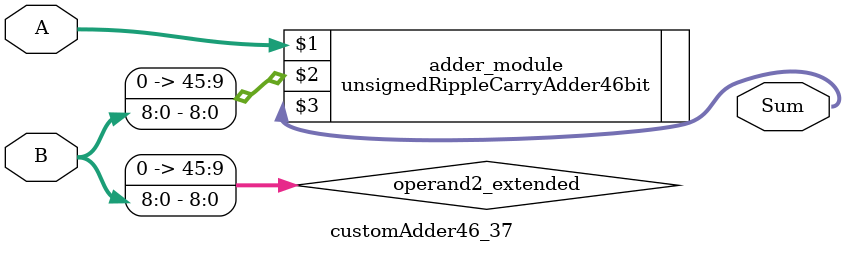
<source format=v>
module customAdder46_37(
                        input [45 : 0] A,
                        input [8 : 0] B,
                        
                        output [46 : 0] Sum
                );

        wire [45 : 0] operand2_extended;
        
        assign operand2_extended =  {37'b0, B};
        
        unsignedRippleCarryAdder46bit adder_module(
            A,
            operand2_extended,
            Sum
        );
        
        endmodule
        
</source>
